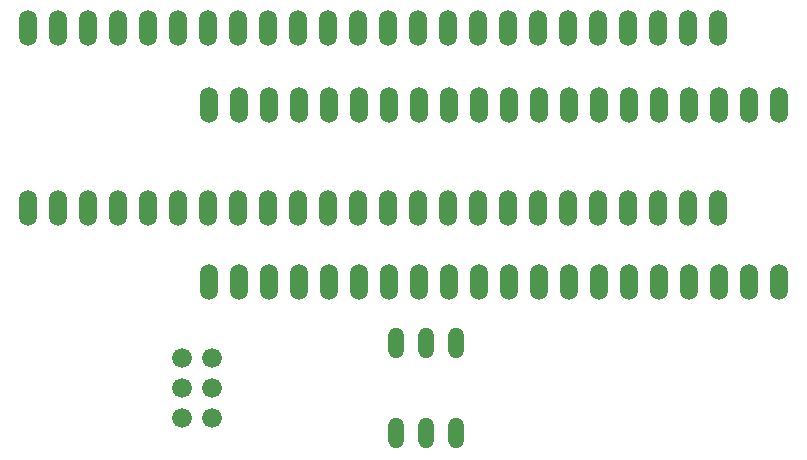
<source format=gbs>
%TF.GenerationSoftware,KiCad,Pcbnew,7.0.8*%
%TF.CreationDate,2023-11-23T12:29:14-06:00*%
%TF.ProjectId,27C160_Adapter,32374331-3630-45f4-9164-61707465722e,1.1*%
%TF.SameCoordinates,Original*%
%TF.FileFunction,Soldermask,Bot*%
%TF.FilePolarity,Negative*%
%FSLAX46Y46*%
G04 Gerber Fmt 4.6, Leading zero omitted, Abs format (unit mm)*
G04 Created by KiCad (PCBNEW 7.0.8) date 2023-11-23 12:29:14*
%MOMM*%
%LPD*%
G01*
G04 APERTURE LIST*
%ADD10O,1.506220X3.014980*%
%ADD11O,1.320800X2.641600*%
%ADD12C,1.676400*%
G04 APERTURE END LIST*
D10*
%TO.C,ZX1*%
X118021000Y-103733600D03*
X120561000Y-103733600D03*
X123101000Y-103733600D03*
X125641000Y-103733600D03*
X128181000Y-103733600D03*
X130721000Y-103733600D03*
X133261000Y-103733600D03*
X135801000Y-103733600D03*
X138341000Y-103733600D03*
X140881000Y-103733600D03*
X143421000Y-103733600D03*
X145961000Y-103733600D03*
X148501000Y-103733600D03*
X151041000Y-103733600D03*
X153581000Y-103733600D03*
X156121000Y-103733600D03*
X158661000Y-103733600D03*
X161201000Y-103733600D03*
X163741000Y-103733600D03*
X166281000Y-103733600D03*
X168821000Y-103733600D03*
X171361000Y-103733600D03*
X173901000Y-103733600D03*
X176441000Y-103733600D03*
X176441000Y-88493600D03*
X173901000Y-88493600D03*
X171361000Y-88493600D03*
X168821000Y-88493600D03*
X166281000Y-88493600D03*
X163741000Y-88493600D03*
X161201000Y-88493600D03*
X158661000Y-88493600D03*
X156121000Y-88493600D03*
X153581000Y-88493600D03*
X151041000Y-88493600D03*
X148501000Y-88493600D03*
X145961000Y-88493600D03*
X143421000Y-88493600D03*
X140881000Y-88493600D03*
X138341000Y-88493600D03*
X135801000Y-88493600D03*
X133261000Y-88493600D03*
X130721000Y-88493600D03*
X128181000Y-88493600D03*
X125641000Y-88493600D03*
X123101000Y-88493600D03*
X120561000Y-88493600D03*
X118021000Y-88493600D03*
%TD*%
%TO.C,U1*%
X133360000Y-94954000D03*
X135900000Y-94954000D03*
X138440000Y-94954000D03*
X140980000Y-94954000D03*
X143520000Y-94954000D03*
X146060000Y-94954000D03*
X148600000Y-94954000D03*
X151140000Y-94954000D03*
X153680000Y-94954000D03*
X156220000Y-94954000D03*
X158760000Y-94954000D03*
X161300000Y-94954000D03*
X163840000Y-94954000D03*
X166380000Y-94954000D03*
X168920000Y-94954000D03*
X171460000Y-94954000D03*
X174000000Y-94954000D03*
X176540000Y-94954000D03*
X179080000Y-94954000D03*
X181620000Y-94954000D03*
X181620000Y-109940000D03*
X179080000Y-109940000D03*
X176540000Y-109940000D03*
X174000000Y-109940000D03*
X171460000Y-109940000D03*
X168920000Y-109940000D03*
X166380000Y-109940000D03*
X163840000Y-109940000D03*
X161300000Y-109940000D03*
X158760000Y-109940000D03*
X156220000Y-109940000D03*
X153680000Y-109940000D03*
X151140000Y-109940000D03*
X148600000Y-109940000D03*
X146060000Y-109940000D03*
X143520000Y-109940000D03*
X140980000Y-109940000D03*
X138440000Y-109940000D03*
X135900000Y-109940000D03*
X133360000Y-109940000D03*
%TD*%
D11*
%TO.C,SW2*%
X149136000Y-115164000D03*
X151676000Y-115164000D03*
X154216000Y-115164000D03*
X154216000Y-122784000D03*
X151676000Y-122784000D03*
X149136000Y-122784000D03*
%TD*%
D12*
%TO.C,SW1*%
X131086000Y-121514000D03*
X131086000Y-118974000D03*
X131086000Y-116434000D03*
X133626000Y-121514000D03*
X133626000Y-118974000D03*
X133626000Y-116434000D03*
%TD*%
M02*

</source>
